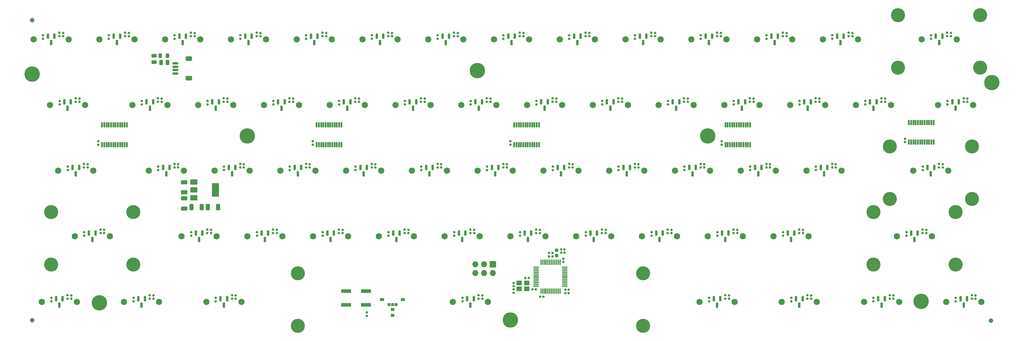
<source format=gbr>
%TF.GenerationSoftware,KiCad,Pcbnew,7.0.7*%
%TF.CreationDate,2023-12-09T23:09:19-05:00*%
%TF.ProjectId,keyboard,6b657962-6f61-4726-942e-6b696361645f,rev?*%
%TF.SameCoordinates,Original*%
%TF.FileFunction,Soldermask,Bot*%
%TF.FilePolarity,Negative*%
%FSLAX46Y46*%
G04 Gerber Fmt 4.6, Leading zero omitted, Abs format (unit mm)*
G04 Created by KiCad (PCBNEW 7.0.7) date 2023-12-09 23:09:19*
%MOMM*%
%LPD*%
G01*
G04 APERTURE LIST*
G04 Aperture macros list*
%AMRoundRect*
0 Rectangle with rounded corners*
0 $1 Rounding radius*
0 $2 $3 $4 $5 $6 $7 $8 $9 X,Y pos of 4 corners*
0 Add a 4 corners polygon primitive as box body*
4,1,4,$2,$3,$4,$5,$6,$7,$8,$9,$2,$3,0*
0 Add four circle primitives for the rounded corners*
1,1,$1+$1,$2,$3*
1,1,$1+$1,$4,$5*
1,1,$1+$1,$6,$7*
1,1,$1+$1,$8,$9*
0 Add four rect primitives between the rounded corners*
20,1,$1+$1,$2,$3,$4,$5,0*
20,1,$1+$1,$4,$5,$6,$7,0*
20,1,$1+$1,$6,$7,$8,$9,0*
20,1,$1+$1,$8,$9,$2,$3,0*%
G04 Aperture macros list end*
%ADD10C,0.650000*%
%ADD11RoundRect,0.038000X-1.375000X-0.500000X1.375000X-0.500000X1.375000X0.500000X-1.375000X0.500000X0*%
%ADD12C,4.476000*%
%ADD13C,4.076000*%
%ADD14C,4.063800*%
%ADD15C,1.152002*%
%ADD16C,1.826000*%
%ADD17RoundRect,0.188000X-0.150000X0.587500X-0.150000X-0.587500X0.150000X-0.587500X0.150000X0.587500X0*%
%ADD18RoundRect,0.178000X-0.170000X0.140000X-0.170000X-0.140000X0.170000X-0.140000X0.170000X0.140000X0*%
%ADD19RoundRect,0.173000X-0.185000X0.135000X-0.185000X-0.135000X0.185000X-0.135000X0.185000X0.135000X0*%
%ADD20RoundRect,0.138000X-0.100000X0.637500X-0.100000X-0.637500X0.100000X-0.637500X0.100000X0.637500X0*%
%ADD21RoundRect,0.288000X0.312500X0.625000X-0.312500X0.625000X-0.312500X-0.625000X0.312500X-0.625000X0*%
%ADD22RoundRect,0.038000X-1.000000X-0.750000X1.000000X-0.750000X1.000000X0.750000X-1.000000X0.750000X0*%
%ADD23RoundRect,0.038000X-1.000000X-1.900000X1.000000X-1.900000X1.000000X1.900000X-1.000000X1.900000X0*%
%ADD24RoundRect,0.178000X0.170000X-0.140000X0.170000X0.140000X-0.170000X0.140000X-0.170000X-0.140000X0*%
%ADD25RoundRect,0.256750X0.218750X0.381250X-0.218750X0.381250X-0.218750X-0.381250X0.218750X-0.381250X0*%
%ADD26RoundRect,0.178000X0.140000X0.170000X-0.140000X0.170000X-0.140000X-0.170000X0.140000X-0.170000X0*%
%ADD27RoundRect,0.288000X-0.475000X0.250000X-0.475000X-0.250000X0.475000X-0.250000X0.475000X0.250000X0*%
%ADD28RoundRect,0.288000X-0.650000X0.325000X-0.650000X-0.325000X0.650000X-0.325000X0.650000X0.325000X0*%
%ADD29RoundRect,0.038000X0.700000X0.600000X-0.700000X0.600000X-0.700000X-0.600000X0.700000X-0.600000X0*%
%ADD30RoundRect,0.102000X0.300000X0.350000X-0.300000X0.350000X-0.300000X-0.350000X0.300000X-0.350000X0*%
%ADD31RoundRect,0.102000X-0.450000X0.350000X-0.450000X-0.350000X0.450000X-0.350000X0.450000X0.350000X0*%
%ADD32RoundRect,0.038000X0.850000X-0.850000X0.850000X0.850000X-0.850000X0.850000X-0.850000X-0.850000X0*%
%ADD33O,1.776000X1.776000*%
%ADD34RoundRect,0.178000X-0.140000X-0.170000X0.140000X-0.170000X0.140000X0.170000X-0.140000X0.170000X0*%
%ADD35RoundRect,0.288000X-0.625000X0.312500X-0.625000X-0.312500X0.625000X-0.312500X0.625000X0.312500X0*%
%ADD36RoundRect,0.173000X0.135000X0.185000X-0.135000X0.185000X-0.135000X-0.185000X0.135000X-0.185000X0*%
%ADD37RoundRect,0.288000X0.325000X0.650000X-0.325000X0.650000X-0.325000X-0.650000X0.325000X-0.650000X0*%
%ADD38RoundRect,0.113000X-0.662500X-0.075000X0.662500X-0.075000X0.662500X0.075000X-0.662500X0.075000X0*%
%ADD39RoundRect,0.113000X-0.075000X-0.662500X0.075000X-0.662500X0.075000X0.662500X-0.075000X0.662500X0*%
%ADD40RoundRect,0.238000X-0.275000X0.200000X-0.275000X-0.200000X0.275000X-0.200000X0.275000X0.200000X0*%
%ADD41RoundRect,0.288000X0.250000X0.475000X-0.250000X0.475000X-0.250000X-0.475000X0.250000X-0.475000X0*%
%ADD42RoundRect,0.256750X0.256250X-0.218750X0.256250X0.218750X-0.256250X0.218750X-0.256250X-0.218750X0*%
%ADD43RoundRect,0.188000X-0.625000X0.150000X-0.625000X-0.150000X0.625000X-0.150000X0.625000X0.150000X0*%
%ADD44RoundRect,0.288000X-0.650000X0.350000X-0.650000X-0.350000X0.650000X-0.350000X0.650000X0.350000X0*%
G04 APERTURE END LIST*
%TO.C,TH2*%
D10*
X1575356Y-90605200D02*
G75*
G03*
X1575356Y-90605200I-325000J0D01*
G01*
%TO.C,TH3*%
X279275006Y-90700000D02*
G75*
G03*
X279275006Y-90700000I-325000J0D01*
G01*
%TO.C,TH1*%
X1574956Y-3500000D02*
G75*
G03*
X1574956Y-3500000I-325000J0D01*
G01*
%TD*%
D11*
%TO.C,SW1*%
X92172456Y-82109800D03*
X97922456Y-82109800D03*
X92172456Y-86109800D03*
X97922456Y-86109800D03*
%TD*%
D12*
%TO.C,H3*%
X279231600Y-21622400D03*
%TD*%
D13*
%TO.C,S4*%
X244874956Y-59209800D03*
D14*
X244874956Y-74449800D03*
D13*
X268687456Y-59209800D03*
D14*
X268687456Y-74449800D03*
%TD*%
D12*
%TO.C,H7*%
X139731600Y-90521400D03*
%TD*%
%TO.C,H5*%
X196931600Y-37122400D03*
%TD*%
D13*
%TO.C,S2*%
X249637456Y-40159800D03*
D14*
X249637456Y-55399800D03*
D13*
X273449956Y-40159800D03*
D14*
X273449956Y-55399800D03*
%TD*%
D12*
%TO.C,H1*%
X1231600Y-19122400D03*
%TD*%
D13*
%TO.C,S5*%
X178199956Y-92229800D03*
D14*
X178199956Y-76989800D03*
D13*
X78187456Y-92229800D03*
D14*
X78187456Y-76989800D03*
%TD*%
D12*
%TO.C,H2*%
X130231600Y-18122400D03*
%TD*%
D15*
%TO.C,TH2*%
X1250356Y-90605200D03*
%TD*%
D12*
%TO.C,H4*%
X63531600Y-37122400D03*
%TD*%
D13*
%TO.C,S1*%
X252018706Y-2059800D03*
D14*
X252018706Y-17299800D03*
D13*
X275831206Y-2059800D03*
D14*
X275831206Y-17299800D03*
%TD*%
D12*
%TO.C,H6*%
X20731600Y-85522400D03*
%TD*%
D15*
%TO.C,TH3*%
X278950006Y-90700000D03*
%TD*%
D13*
%TO.C,S3*%
X6749956Y-59209800D03*
D14*
X6749956Y-74449800D03*
D13*
X30562456Y-59209800D03*
D14*
X30562456Y-74449800D03*
%TD*%
D12*
%TO.C,H8*%
X258731600Y-85122400D03*
%TD*%
D15*
%TO.C,TH1*%
X1249956Y-3500000D03*
%TD*%
D16*
%TO.C,HALL60*%
X252336206Y-85244800D03*
X242176206Y-85244800D03*
D17*
X246306206Y-84327300D03*
X248206206Y-84327300D03*
X247256206Y-86202300D03*
%TD*%
D18*
%TO.C,C51*%
X38761256Y-26228500D03*
X38761256Y-27188500D03*
%TD*%
D19*
%TO.C,R11*%
X161516256Y-7169500D03*
X161516256Y-8189500D03*
%TD*%
D18*
%TO.C,C50*%
X32992256Y-26983500D03*
X32992256Y-27943500D03*
%TD*%
D20*
%TO.C,U6*%
X140893756Y-33887300D03*
X141543756Y-33887300D03*
X142193756Y-33887300D03*
X142843756Y-33887300D03*
X143493756Y-33887300D03*
X144143756Y-33887300D03*
X144793756Y-33887300D03*
X145443756Y-33887300D03*
X146093756Y-33887300D03*
X146743756Y-33887300D03*
X147393756Y-33887300D03*
X148043756Y-33887300D03*
X148043756Y-39612300D03*
X147393756Y-39612300D03*
X146743756Y-39612300D03*
X146093756Y-39612300D03*
X145443756Y-39612300D03*
X144793756Y-39612300D03*
X144143756Y-39612300D03*
X143493756Y-39612300D03*
X142843756Y-39612300D03*
X142193756Y-39612300D03*
X141543756Y-39612300D03*
X140893756Y-39612300D03*
%TD*%
D16*
%TO.C,HALL47*%
X130892456Y-66194800D03*
X120732456Y-66194800D03*
D17*
X124862456Y-65277300D03*
X126762456Y-65277300D03*
X125812456Y-67152300D03*
%TD*%
D18*
%TO.C,C105*%
X53048756Y-64328500D03*
X53048756Y-65288500D03*
%TD*%
%TO.C,C115*%
X148298756Y-64328500D03*
X148298756Y-65288500D03*
%TD*%
%TO.C,C62*%
X147292256Y-26983500D03*
X147292256Y-27943500D03*
%TD*%
D21*
%TO.C,R65*%
X50337500Y-57800000D03*
X47412500Y-57800000D03*
%TD*%
D18*
%TO.C,C64*%
X166342256Y-26983500D03*
X166342256Y-27943500D03*
%TD*%
%TO.C,C141*%
X274505006Y-83378500D03*
X274505006Y-84338500D03*
%TD*%
%TO.C,C78*%
X37754756Y-46033500D03*
X37754756Y-46993500D03*
%TD*%
%TO.C,C113*%
X129248756Y-64328500D03*
X129248756Y-65288500D03*
%TD*%
%TO.C,C60*%
X128242256Y-26983500D03*
X128242256Y-27943500D03*
%TD*%
%TO.C,C88*%
X133004756Y-46033500D03*
X133004756Y-46993500D03*
%TD*%
D19*
%TO.C,R47*%
X90078756Y-64319500D03*
X90078756Y-65339500D03*
%TD*%
D18*
%TO.C,C66*%
X185392256Y-26983500D03*
X185392256Y-27943500D03*
%TD*%
D16*
%TO.C,HALL44*%
X73742456Y-66194800D03*
X63582456Y-66194800D03*
D17*
X67712456Y-65277300D03*
X69612456Y-65277300D03*
X68662456Y-67152300D03*
%TD*%
D16*
%TO.C,HALL39*%
X216617456Y-47144800D03*
X206457456Y-47144800D03*
D17*
X210587456Y-46227300D03*
X212487456Y-46227300D03*
X211537456Y-48102300D03*
%TD*%
D22*
%TO.C,U2*%
X48043750Y-55075000D03*
X48043750Y-52775000D03*
D23*
X54343750Y-52775000D03*
D22*
X48043750Y-50475000D03*
%TD*%
D18*
%TO.C,C74*%
X266354756Y-26983500D03*
X266354756Y-27943500D03*
%TD*%
D19*
%TO.C,R61*%
X225810006Y-83369500D03*
X225810006Y-84389500D03*
%TD*%
D16*
%TO.C,HALL6*%
X107079956Y-9044800D03*
X96919956Y-9044800D03*
D17*
X101049956Y-8127300D03*
X102949956Y-8127300D03*
X101999956Y-10002300D03*
%TD*%
D18*
%TO.C,C118*%
X180629756Y-65083500D03*
X180629756Y-66043500D03*
%TD*%
%TO.C,C98*%
X228254756Y-46033500D03*
X228254756Y-46993500D03*
%TD*%
D16*
%TO.C,HALL4*%
X68979956Y-9044800D03*
X58819956Y-9044800D03*
D17*
X62949956Y-8127300D03*
X64849956Y-8127300D03*
X63899956Y-10002300D03*
%TD*%
D16*
%TO.C,HALL36*%
X159467456Y-47144800D03*
X149307456Y-47144800D03*
D17*
X153437456Y-46227300D03*
X155337456Y-46227300D03*
X154387456Y-48102300D03*
%TD*%
D16*
%TO.C,HALL13*%
X240429956Y-9044800D03*
X230269956Y-9044800D03*
D17*
X234399956Y-8127300D03*
X236299956Y-8127300D03*
X235349956Y-10002300D03*
%TD*%
D24*
%TO.C,C12*%
X20407756Y-39609900D03*
X20407756Y-38649900D03*
%TD*%
D18*
%TO.C,C68*%
X204442256Y-26983500D03*
X204442256Y-27943500D03*
%TD*%
D16*
%TO.C,HALL22*%
X154704956Y-28094800D03*
X144544956Y-28094800D03*
D17*
X148674956Y-27177300D03*
X150574956Y-27177300D03*
X149624956Y-29052300D03*
%TD*%
D18*
%TO.C,C84*%
X94904756Y-46033500D03*
X94904756Y-46993500D03*
%TD*%
D16*
%TO.C,HALL33*%
X102317456Y-47144800D03*
X92157456Y-47144800D03*
D17*
X96287456Y-46227300D03*
X98187456Y-46227300D03*
X97237456Y-48102300D03*
%TD*%
D24*
%TO.C,C4*%
X155457549Y-70992300D03*
X155457549Y-70032300D03*
%TD*%
D25*
%TO.C,FB2*%
X40477456Y-13800000D03*
X38352456Y-13800000D03*
%TD*%
D18*
%TO.C,C59*%
X114961256Y-26228500D03*
X114961256Y-27188500D03*
%TD*%
%TO.C,C19*%
X29236256Y-7178500D03*
X29236256Y-8138500D03*
%TD*%
%TO.C,C38*%
X175867256Y-7933500D03*
X175867256Y-8893500D03*
%TD*%
D19*
%TO.C,R7*%
X85316256Y-7169500D03*
X85316256Y-8189500D03*
%TD*%
%TO.C,R5*%
X47216256Y-7169500D03*
X47216256Y-8189500D03*
%TD*%
%TO.C,R62*%
X249622506Y-83369500D03*
X249622506Y-84389500D03*
%TD*%
%TO.C,R56*%
X11497506Y-83369500D03*
X11497506Y-84389500D03*
%TD*%
D24*
%TO.C,C22*%
X200945256Y-39609900D03*
X200945256Y-38649900D03*
%TD*%
D16*
%TO.C,HALL15*%
X16592456Y-28094800D03*
X6432456Y-28094800D03*
D17*
X10562456Y-27177300D03*
X12462456Y-27177300D03*
X11512456Y-29052300D03*
%TD*%
D18*
%TO.C,C81*%
X62573756Y-45278500D03*
X62573756Y-46238500D03*
%TD*%
D19*
%TO.C,R55*%
X259147506Y-64319500D03*
X259147506Y-65339500D03*
%TD*%
D16*
%TO.C,HALL12*%
X221379956Y-9044800D03*
X211219956Y-9044800D03*
D17*
X215349956Y-8127300D03*
X217249956Y-8127300D03*
X216299956Y-10002300D03*
%TD*%
D20*
%TO.C,U7*%
X202043756Y-33887300D03*
X202693756Y-33887300D03*
X203343756Y-33887300D03*
X203993756Y-33887300D03*
X204643756Y-33887300D03*
X205293756Y-33887300D03*
X205943756Y-33887300D03*
X206593756Y-33887300D03*
X207243756Y-33887300D03*
X207893756Y-33887300D03*
X208543756Y-33887300D03*
X209193756Y-33887300D03*
X209193756Y-39612300D03*
X208543756Y-39612300D03*
X207893756Y-39612300D03*
X207243756Y-39612300D03*
X206593756Y-39612300D03*
X205943756Y-39612300D03*
X205293756Y-39612300D03*
X204643756Y-39612300D03*
X203993756Y-39612300D03*
X203343756Y-39612300D03*
X202693756Y-39612300D03*
X202043756Y-39612300D03*
%TD*%
D18*
%TO.C,C136*%
X221111006Y-84133500D03*
X221111006Y-85093500D03*
%TD*%
%TO.C,C116*%
X161579756Y-65083500D03*
X161579756Y-66043500D03*
%TD*%
D19*
%TO.C,R1*%
X9116256Y-7169500D03*
X9116256Y-8189500D03*
%TD*%
D16*
%TO.C,HALL20*%
X116604956Y-28094800D03*
X106444956Y-28094800D03*
D17*
X110574956Y-27177300D03*
X112474956Y-27177300D03*
X111524956Y-29052300D03*
%TD*%
D19*
%TO.C,R14*%
X218666256Y-7169500D03*
X218666256Y-8189500D03*
%TD*%
%TO.C,R10*%
X142466256Y-7169500D03*
X142466256Y-8189500D03*
%TD*%
%TO.C,R41*%
X213903756Y-45269500D03*
X213903756Y-46289500D03*
%TD*%
D16*
%TO.C,HALL2*%
X30879956Y-9044800D03*
X20719956Y-9044800D03*
D17*
X24849956Y-8127300D03*
X26749956Y-8127300D03*
X25799956Y-10002300D03*
%TD*%
D26*
%TO.C,C6*%
X151932268Y-72072488D03*
X150972268Y-72072488D03*
%TD*%
D18*
%TO.C,C97*%
X214973756Y-45278500D03*
X214973756Y-46238500D03*
%TD*%
D19*
%TO.C,R45*%
X51978756Y-64319500D03*
X51978756Y-65339500D03*
%TD*%
D18*
%TO.C,C27*%
X67336256Y-7178500D03*
X67336256Y-8138500D03*
%TD*%
%TO.C,C45*%
X238786256Y-7178500D03*
X238786256Y-8138500D03*
%TD*%
D27*
%TO.C,C142*%
X36541206Y-13800000D03*
X36541206Y-15700000D03*
%TD*%
D18*
%TO.C,C140*%
X268736006Y-84133500D03*
X268736006Y-85093500D03*
%TD*%
%TO.C,C29*%
X86386256Y-7178500D03*
X86386256Y-8138500D03*
%TD*%
%TO.C,C85*%
X100673756Y-45278500D03*
X100673756Y-46238500D03*
%TD*%
%TO.C,C28*%
X80617256Y-7933500D03*
X80617256Y-8893500D03*
%TD*%
%TO.C,C133*%
X131630006Y-83378500D03*
X131630006Y-84338500D03*
%TD*%
D19*
%TO.C,R34*%
X80553756Y-45269500D03*
X80553756Y-46289500D03*
%TD*%
D18*
%TO.C,C14*%
X140704956Y-79759800D03*
X140704956Y-80719800D03*
%TD*%
%TO.C,C43*%
X219736256Y-7178500D03*
X219736256Y-8138500D03*
%TD*%
D16*
%TO.C,HALL34*%
X121367456Y-47144800D03*
X111207456Y-47144800D03*
D17*
X115337456Y-46227300D03*
X117237456Y-46227300D03*
X116287456Y-48102300D03*
%TD*%
D19*
%TO.C,R29*%
X247241256Y-26219500D03*
X247241256Y-27239500D03*
%TD*%
D18*
%TO.C,C87*%
X119723756Y-45278500D03*
X119723756Y-46238500D03*
%TD*%
D16*
%TO.C,HALL43*%
X54692456Y-66194800D03*
X44532456Y-66194800D03*
D17*
X48662456Y-65277300D03*
X50562456Y-65277300D03*
X49612456Y-67152300D03*
%TD*%
D24*
%TO.C,C5*%
X154457549Y-70992300D03*
X154457549Y-70032300D03*
%TD*%
D18*
%TO.C,C131*%
X60192506Y-83378500D03*
X60192506Y-84338500D03*
%TD*%
D19*
%TO.C,R38*%
X156753756Y-45269500D03*
X156753756Y-46289500D03*
%TD*%
D16*
%TO.C,HALL58*%
X204711206Y-85244800D03*
X194551206Y-85244800D03*
D17*
X198681206Y-84327300D03*
X200581206Y-84327300D03*
X199631206Y-86202300D03*
%TD*%
D18*
%TO.C,C128*%
X30611006Y-84133500D03*
X30611006Y-85093500D03*
%TD*%
D16*
%TO.C,HALL59*%
X228523706Y-85244800D03*
X218363706Y-85244800D03*
D17*
X222493706Y-84327300D03*
X224393706Y-84327300D03*
X223443706Y-86202300D03*
%TD*%
D19*
%TO.C,R13*%
X199616256Y-7169500D03*
X199616256Y-8189500D03*
%TD*%
%TO.C,R30*%
X271053756Y-26219500D03*
X271053756Y-27239500D03*
%TD*%
%TO.C,R23*%
X132941256Y-26219500D03*
X132941256Y-27239500D03*
%TD*%
D18*
%TO.C,C76*%
X11561006Y-46033500D03*
X11561006Y-46993500D03*
%TD*%
%TO.C,C121*%
X205448756Y-64328500D03*
X205448756Y-65288500D03*
%TD*%
D16*
%TO.C,HALL32*%
X83267456Y-47144800D03*
X73107456Y-47144800D03*
D17*
X77237456Y-46227300D03*
X79137456Y-46227300D03*
X78187456Y-48102300D03*
%TD*%
D18*
%TO.C,C2*%
X10186256Y-7178500D03*
X10186256Y-8138500D03*
%TD*%
D19*
%TO.C,R46*%
X71028756Y-64319500D03*
X71028756Y-65339500D03*
%TD*%
D18*
%TO.C,C91*%
X157823756Y-45278500D03*
X157823756Y-46238500D03*
%TD*%
D28*
%TO.C,C15*%
X45300000Y-50525000D03*
X45300000Y-53475000D03*
%TD*%
D18*
%TO.C,C52*%
X52042256Y-26983500D03*
X52042256Y-27943500D03*
%TD*%
D16*
%TO.C,HALL7*%
X126129956Y-9044800D03*
X115969956Y-9044800D03*
D17*
X120099956Y-8127300D03*
X121999956Y-8127300D03*
X121049956Y-10002300D03*
%TD*%
D19*
%TO.C,R63*%
X273435006Y-83369500D03*
X273435006Y-84389500D03*
%TD*%
D18*
%TO.C,C96*%
X209204756Y-46033500D03*
X209204756Y-46993500D03*
%TD*%
D29*
%TO.C,Y1*%
X144504956Y-81469800D03*
X142304956Y-81469800D03*
X142304956Y-79769800D03*
X144504956Y-79769800D03*
%TD*%
D19*
%TO.C,R24*%
X151991256Y-26219500D03*
X151991256Y-27239500D03*
%TD*%
D18*
%TO.C,C109*%
X91148756Y-64328500D03*
X91148756Y-65288500D03*
%TD*%
D20*
%TO.C,U8*%
X255193756Y-33193500D03*
X255843756Y-33193500D03*
X256493756Y-33193500D03*
X257143756Y-33193500D03*
X257793756Y-33193500D03*
X258443756Y-33193500D03*
X259093756Y-33193500D03*
X259743756Y-33193500D03*
X260393756Y-33193500D03*
X261043756Y-33193500D03*
X261693756Y-33193500D03*
X262343756Y-33193500D03*
X262343756Y-38918500D03*
X261693756Y-38918500D03*
X261043756Y-38918500D03*
X260393756Y-38918500D03*
X259743756Y-38918500D03*
X259093756Y-38918500D03*
X258443756Y-38918500D03*
X257793756Y-38918500D03*
X257143756Y-38918500D03*
X256493756Y-38918500D03*
X255843756Y-38918500D03*
X255193756Y-38918500D03*
%TD*%
D19*
%TO.C,R32*%
X42453756Y-45269500D03*
X42453756Y-46289500D03*
%TD*%
D16*
%TO.C,HALL55*%
X38023706Y-85244800D03*
X27863706Y-85244800D03*
D17*
X31993706Y-84327300D03*
X33893706Y-84327300D03*
X32943706Y-86202300D03*
%TD*%
D18*
%TO.C,C120*%
X199679756Y-65083500D03*
X199679756Y-66043500D03*
%TD*%
D19*
%TO.C,R12*%
X180566256Y-7169500D03*
X180566256Y-8189500D03*
%TD*%
D16*
%TO.C,HALL9*%
X164229956Y-9044800D03*
X154069956Y-9044800D03*
D17*
X158199956Y-8127300D03*
X160099956Y-8127300D03*
X159149956Y-10002300D03*
%TD*%
D16*
%TO.C,HALL41*%
X266623706Y-47144800D03*
X256463706Y-47144800D03*
D17*
X260593706Y-46227300D03*
X262493706Y-46227300D03*
X261543706Y-48102300D03*
%TD*%
D30*
%TO.C,U3*%
X104624956Y-86069800D03*
X106624956Y-86069800D03*
X105624956Y-86069800D03*
D31*
X102624956Y-84619800D03*
X108624956Y-84619800D03*
%TD*%
D18*
%TO.C,C31*%
X105436256Y-7178500D03*
X105436256Y-8138500D03*
%TD*%
%TO.C,C123*%
X224498756Y-64328500D03*
X224498756Y-65288500D03*
%TD*%
D16*
%TO.C,HALL45*%
X92792456Y-66194800D03*
X82632456Y-66194800D03*
D17*
X86762456Y-65277300D03*
X88662456Y-65277300D03*
X87712456Y-67152300D03*
%TD*%
D19*
%TO.C,R15*%
X237716256Y-7169500D03*
X237716256Y-8189500D03*
%TD*%
D18*
%TO.C,C37*%
X162586256Y-7178500D03*
X162586256Y-8138500D03*
%TD*%
D16*
%TO.C,HALL11*%
X202329956Y-9044800D03*
X192169956Y-9044800D03*
D17*
X196299956Y-8127300D03*
X198199956Y-8127300D03*
X197249956Y-10002300D03*
%TD*%
D18*
%TO.C,C36*%
X156817256Y-7933500D03*
X156817256Y-8893500D03*
%TD*%
%TO.C,C95*%
X195923756Y-45278500D03*
X195923756Y-46238500D03*
%TD*%
D16*
%TO.C,HALL28*%
X273767456Y-28094800D03*
X263607456Y-28094800D03*
D17*
X267737456Y-27177300D03*
X269637456Y-27177300D03*
X268687456Y-29052300D03*
%TD*%
D24*
%TO.C,C20*%
X139795256Y-39609900D03*
X139795256Y-38649900D03*
%TD*%
D16*
%TO.C,HALL42*%
X23736206Y-66194800D03*
X13576206Y-66194800D03*
D17*
X17706206Y-65277300D03*
X19606206Y-65277300D03*
X18656206Y-67152300D03*
%TD*%
D19*
%TO.C,R4*%
X28166256Y-7169500D03*
X28166256Y-8189500D03*
%TD*%
D32*
%TO.C,SWD1*%
X134644956Y-74369800D03*
D33*
X134644956Y-76909800D03*
X132104956Y-74369800D03*
X132104956Y-76909800D03*
X129564956Y-74369800D03*
X129564956Y-76909800D03*
%TD*%
D18*
%TO.C,C32*%
X118717256Y-7933500D03*
X118717256Y-8893500D03*
%TD*%
D16*
%TO.C,HALL19*%
X97554956Y-28094800D03*
X87394956Y-28094800D03*
D17*
X91524956Y-27177300D03*
X93424956Y-27177300D03*
X92474956Y-29052300D03*
%TD*%
D20*
%TO.C,U4*%
X21506256Y-33887300D03*
X22156256Y-33887300D03*
X22806256Y-33887300D03*
X23456256Y-33887300D03*
X24106256Y-33887300D03*
X24756256Y-33887300D03*
X25406256Y-33887300D03*
X26056256Y-33887300D03*
X26706256Y-33887300D03*
X27356256Y-33887300D03*
X28006256Y-33887300D03*
X28656256Y-33887300D03*
X28656256Y-39612300D03*
X28006256Y-39612300D03*
X27356256Y-39612300D03*
X26706256Y-39612300D03*
X26056256Y-39612300D03*
X25406256Y-39612300D03*
X24756256Y-39612300D03*
X24106256Y-39612300D03*
X23456256Y-39612300D03*
X22806256Y-39612300D03*
X22156256Y-39612300D03*
X21506256Y-39612300D03*
%TD*%
D16*
%TO.C,HALL38*%
X197567456Y-47144800D03*
X187407456Y-47144800D03*
D17*
X191537456Y-46227300D03*
X193437456Y-46227300D03*
X192487456Y-48102300D03*
%TD*%
D18*
%TO.C,C83*%
X81623756Y-45278500D03*
X81623756Y-46238500D03*
%TD*%
%TO.C,C48*%
X9179756Y-26983500D03*
X9179756Y-27943500D03*
%TD*%
D16*
%TO.C,HALL54*%
X14211206Y-85244800D03*
X4051206Y-85244800D03*
D17*
X8181206Y-84327300D03*
X10081206Y-84327300D03*
X9131206Y-86202300D03*
%TD*%
D19*
%TO.C,R28*%
X228191256Y-26219500D03*
X228191256Y-27239500D03*
%TD*%
%TO.C,R9*%
X123416256Y-7169500D03*
X123416256Y-8189500D03*
%TD*%
D34*
%TO.C,C9*%
X155664956Y-81727300D03*
X156624956Y-81727300D03*
%TD*%
D18*
%TO.C,C94*%
X190154756Y-46033500D03*
X190154756Y-46993500D03*
%TD*%
%TO.C,C47*%
X267361256Y-7178500D03*
X267361256Y-8138500D03*
%TD*%
D16*
%TO.C,HALL52*%
X226142456Y-66194800D03*
X215982456Y-66194800D03*
D17*
X220112456Y-65277300D03*
X222012456Y-65277300D03*
X221062456Y-67152300D03*
%TD*%
D16*
%TO.C,HALL3*%
X49929956Y-9044800D03*
X39769956Y-9044800D03*
D17*
X43899956Y-8127300D03*
X45799956Y-8127300D03*
X44849956Y-10002300D03*
%TD*%
D18*
%TO.C,C33*%
X124486256Y-7178500D03*
X124486256Y-8138500D03*
%TD*%
%TO.C,C56*%
X90142256Y-26983500D03*
X90142256Y-27943500D03*
%TD*%
D19*
%TO.C,R48*%
X109128756Y-64319500D03*
X109128756Y-65339500D03*
%TD*%
%TO.C,R52*%
X185328756Y-64319500D03*
X185328756Y-65339500D03*
%TD*%
%TO.C,R60*%
X201997506Y-83369500D03*
X201997506Y-84389500D03*
%TD*%
D16*
%TO.C,HALL53*%
X261861206Y-66194800D03*
X251701206Y-66194800D03*
D17*
X255831206Y-65277300D03*
X257731206Y-65277300D03*
X256781206Y-67152300D03*
%TD*%
D16*
%TO.C,HALL23*%
X173754956Y-28094800D03*
X163594956Y-28094800D03*
D17*
X167724956Y-27177300D03*
X169624956Y-27177300D03*
X168674956Y-29052300D03*
%TD*%
D18*
%TO.C,C35*%
X143536256Y-7178500D03*
X143536256Y-8138500D03*
%TD*%
D20*
%TO.C,U5*%
X83637456Y-33887300D03*
X84287456Y-33887300D03*
X84937456Y-33887300D03*
X85587456Y-33887300D03*
X86237456Y-33887300D03*
X86887456Y-33887300D03*
X87537456Y-33887300D03*
X88187456Y-33887300D03*
X88837456Y-33887300D03*
X89487456Y-33887300D03*
X90137456Y-33887300D03*
X90787456Y-33887300D03*
X90787456Y-39612300D03*
X90137456Y-39612300D03*
X89487456Y-39612300D03*
X88837456Y-39612300D03*
X88187456Y-39612300D03*
X87537456Y-39612300D03*
X86887456Y-39612300D03*
X86237456Y-39612300D03*
X85587456Y-39612300D03*
X84937456Y-39612300D03*
X84287456Y-39612300D03*
X83637456Y-39612300D03*
%TD*%
D19*
%TO.C,R35*%
X99603756Y-45269500D03*
X99603756Y-46289500D03*
%TD*%
D18*
%TO.C,C132*%
X125861006Y-84133500D03*
X125861006Y-85093500D03*
%TD*%
D24*
%TO.C,C11*%
X155054956Y-73677300D03*
X155054956Y-72717300D03*
%TD*%
D16*
%TO.C,HALL40*%
X235667456Y-47144800D03*
X225507456Y-47144800D03*
D17*
X229637456Y-46227300D03*
X231537456Y-46227300D03*
X230587456Y-48102300D03*
%TD*%
D16*
%TO.C,HALL49*%
X168992456Y-66194800D03*
X158832456Y-66194800D03*
D17*
X162962456Y-65277300D03*
X164862456Y-65277300D03*
X163912456Y-67152300D03*
%TD*%
D19*
%TO.C,R58*%
X59122506Y-83369500D03*
X59122506Y-84389500D03*
%TD*%
%TO.C,R43*%
X263910006Y-45269500D03*
X263910006Y-46289500D03*
%TD*%
D18*
%TO.C,C137*%
X226880006Y-83378500D03*
X226880006Y-84338500D03*
%TD*%
D19*
%TO.C,R57*%
X35310006Y-83369500D03*
X35310006Y-84389500D03*
%TD*%
D18*
%TO.C,C39*%
X181636256Y-7178500D03*
X181636256Y-8138500D03*
%TD*%
%TO.C,C77*%
X17330006Y-45278500D03*
X17330006Y-46238500D03*
%TD*%
D16*
%TO.C,HALL1*%
X11829956Y-9044800D03*
X1669956Y-9044800D03*
D17*
X5799956Y-8127300D03*
X7699956Y-8127300D03*
X6749956Y-10002300D03*
%TD*%
D16*
%TO.C,HALL61*%
X276148706Y-85244800D03*
X265988706Y-85244800D03*
D17*
X270118706Y-84327300D03*
X272018706Y-84327300D03*
X271068706Y-86202300D03*
%TD*%
D19*
%TO.C,R17*%
X13878756Y-26219500D03*
X13878756Y-27239500D03*
%TD*%
D35*
%TO.C,R64*%
X45300000Y-55237500D03*
X45300000Y-58162500D03*
%TD*%
D18*
%TO.C,C24*%
X42517256Y-7933500D03*
X42517256Y-8893500D03*
%TD*%
D19*
%TO.C,R53*%
X204378756Y-64319500D03*
X204378756Y-65339500D03*
%TD*%
D16*
%TO.C,HALL8*%
X145179956Y-9044800D03*
X135019956Y-9044800D03*
D17*
X139149956Y-8127300D03*
X141049956Y-8127300D03*
X140099956Y-10002300D03*
%TD*%
D18*
%TO.C,C79*%
X43523756Y-45278500D03*
X43523756Y-46238500D03*
%TD*%
D36*
%TO.C,R2*%
X145094956Y-78362300D03*
X144074956Y-78362300D03*
%TD*%
D18*
%TO.C,C125*%
X260217506Y-64328500D03*
X260217506Y-65288500D03*
%TD*%
%TO.C,C58*%
X109192256Y-26983500D03*
X109192256Y-27943500D03*
%TD*%
%TO.C,C106*%
X66329756Y-65083500D03*
X66329756Y-66043500D03*
%TD*%
D24*
%TO.C,C10*%
X82538956Y-39609900D03*
X82538956Y-38649900D03*
%TD*%
D37*
%TO.C,C16*%
X55112500Y-57800000D03*
X52162500Y-57800000D03*
%TD*%
D18*
%TO.C,C54*%
X71092256Y-26983500D03*
X71092256Y-27943500D03*
%TD*%
%TO.C,C92*%
X171104756Y-46033500D03*
X171104756Y-46993500D03*
%TD*%
%TO.C,C108*%
X85379756Y-65083500D03*
X85379756Y-66043500D03*
%TD*%
%TO.C,C124*%
X254448506Y-65083500D03*
X254448506Y-66043500D03*
%TD*%
%TO.C,C25*%
X48286256Y-7178500D03*
X48286256Y-8138500D03*
%TD*%
D19*
%TO.C,R6*%
X66266256Y-7169500D03*
X66266256Y-8189500D03*
%TD*%
%TO.C,R27*%
X209141256Y-26219500D03*
X209141256Y-27239500D03*
%TD*%
%TO.C,R36*%
X118653756Y-45269500D03*
X118653756Y-46289500D03*
%TD*%
D18*
%TO.C,C86*%
X113954756Y-46033500D03*
X113954756Y-46993500D03*
%TD*%
%TO.C,C130*%
X54423506Y-84133500D03*
X54423506Y-85093500D03*
%TD*%
D38*
%TO.C,U1*%
X147212456Y-80707300D03*
X147212456Y-80207300D03*
X147212456Y-79707300D03*
X147212456Y-79207300D03*
X147212456Y-78707300D03*
X147212456Y-78207300D03*
X147212456Y-77707300D03*
X147212456Y-77207300D03*
X147212456Y-76707300D03*
X147212456Y-76207300D03*
X147212456Y-75707300D03*
X147212456Y-75207300D03*
D39*
X148624956Y-73794800D03*
X149124956Y-73794800D03*
X149624956Y-73794800D03*
X150124956Y-73794800D03*
X150624956Y-73794800D03*
X151124956Y-73794800D03*
X151624956Y-73794800D03*
X152124956Y-73794800D03*
X152624956Y-73794800D03*
X153124956Y-73794800D03*
X153624956Y-73794800D03*
X154124956Y-73794800D03*
D38*
X155537456Y-75207300D03*
X155537456Y-75707300D03*
X155537456Y-76207300D03*
X155537456Y-76707300D03*
X155537456Y-77207300D03*
X155537456Y-77707300D03*
X155537456Y-78207300D03*
X155537456Y-78707300D03*
X155537456Y-79207300D03*
X155537456Y-79707300D03*
X155537456Y-80207300D03*
X155537456Y-80707300D03*
D39*
X154124956Y-82119800D03*
X153624956Y-82119800D03*
X153124956Y-82119800D03*
X152624956Y-82119800D03*
X152124956Y-82119800D03*
X151624956Y-82119800D03*
X151124956Y-82119800D03*
X150624956Y-82119800D03*
X150124956Y-82119800D03*
X149624956Y-82119800D03*
X149124956Y-82119800D03*
X148624956Y-82119800D03*
%TD*%
D19*
%TO.C,R50*%
X147228756Y-64319500D03*
X147228756Y-65339500D03*
%TD*%
D24*
%TO.C,C17*%
X98224956Y-89307300D03*
X98224956Y-88347300D03*
%TD*%
D18*
%TO.C,C138*%
X244923506Y-84133500D03*
X244923506Y-85093500D03*
%TD*%
%TO.C,C112*%
X123479756Y-65083500D03*
X123479756Y-66043500D03*
%TD*%
D16*
%TO.C,HALL5*%
X88029956Y-9044800D03*
X77869956Y-9044800D03*
D17*
X81999956Y-8127300D03*
X83899956Y-8127300D03*
X82949956Y-10002300D03*
%TD*%
D18*
%TO.C,C103*%
X22092506Y-64328500D03*
X22092506Y-65288500D03*
%TD*%
D19*
%TO.C,R31*%
X16260006Y-45269500D03*
X16260006Y-46289500D03*
%TD*%
D18*
%TO.C,C90*%
X152054756Y-46033500D03*
X152054756Y-46993500D03*
%TD*%
D16*
%TO.C,HALL51*%
X207092456Y-66194800D03*
X196932456Y-66194800D03*
D17*
X201062456Y-65277300D03*
X202962456Y-65277300D03*
X202012456Y-67152300D03*
%TD*%
D40*
%TO.C,R3*%
X105624956Y-87482300D03*
X105624956Y-89132300D03*
%TD*%
D19*
%TO.C,R19*%
X56741256Y-26219500D03*
X56741256Y-27239500D03*
%TD*%
%TO.C,R26*%
X190091256Y-26219500D03*
X190091256Y-27239500D03*
%TD*%
D18*
%TO.C,C26*%
X61567256Y-7933500D03*
X61567256Y-8893500D03*
%TD*%
%TO.C,C82*%
X75854756Y-46033500D03*
X75854756Y-46993500D03*
%TD*%
D19*
%TO.C,R54*%
X223428756Y-64319500D03*
X223428756Y-65339500D03*
%TD*%
%TO.C,R18*%
X37691256Y-26219500D03*
X37691256Y-27239500D03*
%TD*%
D41*
%TO.C,C23*%
X40484956Y-15800000D03*
X38584956Y-15800000D03*
%TD*%
D18*
%TO.C,C119*%
X186398756Y-64328500D03*
X186398756Y-65288500D03*
%TD*%
%TO.C,C61*%
X134011256Y-26228500D03*
X134011256Y-27188500D03*
%TD*%
D16*
%TO.C,HALL16*%
X40404956Y-28094800D03*
X30244956Y-28094800D03*
D17*
X34374956Y-27177300D03*
X36274956Y-27177300D03*
X35324956Y-29052300D03*
%TD*%
D24*
%TO.C,C21*%
X254095256Y-38916100D03*
X254095256Y-37956100D03*
%TD*%
D19*
%TO.C,R20*%
X75791256Y-26219500D03*
X75791256Y-27239500D03*
%TD*%
D26*
%TO.C,C7*%
X151932268Y-71072488D03*
X150972268Y-71072488D03*
%TD*%
D18*
%TO.C,C67*%
X191161256Y-26228500D03*
X191161256Y-27188500D03*
%TD*%
D34*
%TO.C,C8*%
X148404956Y-83717300D03*
X149364956Y-83717300D03*
%TD*%
D18*
%TO.C,C44*%
X233017256Y-7933500D03*
X233017256Y-8893500D03*
%TD*%
%TO.C,C1*%
X4417256Y-7933500D03*
X4417256Y-8893500D03*
%TD*%
%TO.C,C18*%
X23467256Y-7933500D03*
X23467256Y-8893500D03*
%TD*%
%TO.C,C89*%
X138773756Y-45278500D03*
X138773756Y-46238500D03*
%TD*%
%TO.C,C63*%
X153061256Y-26228500D03*
X153061256Y-27188500D03*
%TD*%
%TO.C,C111*%
X110198756Y-64328500D03*
X110198756Y-65288500D03*
%TD*%
D19*
%TO.C,R8*%
X104366256Y-7169500D03*
X104366256Y-8189500D03*
%TD*%
D18*
%TO.C,C135*%
X203067506Y-83378500D03*
X203067506Y-84338500D03*
%TD*%
D19*
%TO.C,R33*%
X61503756Y-45269500D03*
X61503756Y-46289500D03*
%TD*%
D16*
%TO.C,HALL24*%
X192804956Y-28094800D03*
X182644956Y-28094800D03*
D17*
X186774956Y-27177300D03*
X188674956Y-27177300D03*
X187724956Y-29052300D03*
%TD*%
D18*
%TO.C,C65*%
X172111256Y-26228500D03*
X172111256Y-27188500D03*
%TD*%
D16*
%TO.C,HALL10*%
X183279956Y-9044800D03*
X173119956Y-9044800D03*
D17*
X177249956Y-8127300D03*
X179149956Y-8127300D03*
X178199956Y-10002300D03*
%TD*%
D19*
%TO.C,R40*%
X194853756Y-45269500D03*
X194853756Y-46289500D03*
%TD*%
%TO.C,R22*%
X113891256Y-26219500D03*
X113891256Y-27239500D03*
%TD*%
D18*
%TO.C,C129*%
X36380006Y-83378500D03*
X36380006Y-84338500D03*
%TD*%
D16*
%TO.C,HALL48*%
X149942456Y-66194800D03*
X139782456Y-66194800D03*
D17*
X143912456Y-65277300D03*
X145812456Y-65277300D03*
X144862456Y-67152300D03*
%TD*%
D19*
%TO.C,R44*%
X21022506Y-64319500D03*
X21022506Y-65339500D03*
%TD*%
D18*
%TO.C,C72*%
X242542256Y-26983500D03*
X242542256Y-27943500D03*
%TD*%
%TO.C,C49*%
X14948756Y-26228500D03*
X14948756Y-27188500D03*
%TD*%
D19*
%TO.C,R42*%
X232953756Y-45269500D03*
X232953756Y-46289500D03*
%TD*%
D16*
%TO.C,HALL18*%
X78504956Y-28094800D03*
X68344956Y-28094800D03*
D17*
X72474956Y-27177300D03*
X74374956Y-27177300D03*
X73424956Y-29052300D03*
%TD*%
D18*
%TO.C,C139*%
X250692506Y-83378500D03*
X250692506Y-84338500D03*
%TD*%
D26*
%TO.C,C143*%
X147144956Y-81679800D03*
X146184956Y-81679800D03*
%TD*%
D18*
%TO.C,C110*%
X104429756Y-65083500D03*
X104429756Y-66043500D03*
%TD*%
%TO.C,C46*%
X261592256Y-7933500D03*
X261592256Y-8893500D03*
%TD*%
D16*
%TO.C,HALL25*%
X211854956Y-28094800D03*
X201694956Y-28094800D03*
D17*
X205824956Y-27177300D03*
X207724956Y-27177300D03*
X206774956Y-29052300D03*
%TD*%
D18*
%TO.C,C70*%
X223492256Y-26983500D03*
X223492256Y-27943500D03*
%TD*%
%TO.C,C34*%
X137767256Y-7933500D03*
X137767256Y-8893500D03*
%TD*%
D16*
%TO.C,HALL31*%
X64217456Y-47144800D03*
X54057456Y-47144800D03*
D17*
X58187456Y-46227300D03*
X60087456Y-46227300D03*
X59137456Y-48102300D03*
%TD*%
D16*
%TO.C,HALL46*%
X111842456Y-66194800D03*
X101682456Y-66194800D03*
D17*
X105812456Y-65277300D03*
X107712456Y-65277300D03*
X106762456Y-67152300D03*
%TD*%
D16*
%TO.C,HALL56*%
X61836206Y-85244800D03*
X51676206Y-85244800D03*
D17*
X55806206Y-84327300D03*
X57706206Y-84327300D03*
X56756206Y-86202300D03*
%TD*%
D18*
%TO.C,C114*%
X142529756Y-65083500D03*
X142529756Y-66043500D03*
%TD*%
%TO.C,C126*%
X6798506Y-84133500D03*
X6798506Y-85093500D03*
%TD*%
%TO.C,C104*%
X47279756Y-65083500D03*
X47279756Y-66043500D03*
%TD*%
D19*
%TO.C,R25*%
X171041256Y-26219500D03*
X171041256Y-27239500D03*
%TD*%
D16*
%TO.C,HALL17*%
X59454956Y-28094800D03*
X49294956Y-28094800D03*
D17*
X53424956Y-27177300D03*
X55324956Y-27177300D03*
X54374956Y-29052300D03*
%TD*%
D34*
%TO.C,C3*%
X155664956Y-82757300D03*
X156624956Y-82757300D03*
%TD*%
D18*
%TO.C,C41*%
X200686256Y-7178500D03*
X200686256Y-8138500D03*
%TD*%
D19*
%TO.C,R16*%
X266291256Y-7169500D03*
X266291256Y-8189500D03*
%TD*%
D16*
%TO.C,HALL14*%
X269004956Y-9044800D03*
X258844956Y-9044800D03*
D17*
X262974956Y-8127300D03*
X264874956Y-8127300D03*
X263924956Y-10002300D03*
%TD*%
D18*
%TO.C,C99*%
X234023756Y-45278500D03*
X234023756Y-46238500D03*
%TD*%
%TO.C,C101*%
X264980006Y-45278500D03*
X264980006Y-46238500D03*
%TD*%
%TO.C,C57*%
X95911256Y-26228500D03*
X95911256Y-27188500D03*
%TD*%
%TO.C,C30*%
X99667256Y-7933500D03*
X99667256Y-8893500D03*
%TD*%
D16*
%TO.C,HALL50*%
X188042456Y-66194800D03*
X177882456Y-66194800D03*
D17*
X182012456Y-65277300D03*
X183912456Y-65277300D03*
X182962456Y-67152300D03*
%TD*%
D16*
%TO.C,HALL29*%
X18973706Y-47144800D03*
X8813706Y-47144800D03*
D17*
X12943706Y-46227300D03*
X14843706Y-46227300D03*
X13893706Y-48102300D03*
%TD*%
D16*
%TO.C,HALL57*%
X133273706Y-85244800D03*
X123113706Y-85244800D03*
D17*
X127243706Y-84327300D03*
X129143706Y-84327300D03*
X128193706Y-86202300D03*
%TD*%
D18*
%TO.C,C107*%
X72098756Y-64328500D03*
X72098756Y-65288500D03*
%TD*%
%TO.C,C69*%
X210211256Y-26228500D03*
X210211256Y-27188500D03*
%TD*%
D19*
%TO.C,R51*%
X166278756Y-64319500D03*
X166278756Y-65339500D03*
%TD*%
D18*
%TO.C,C122*%
X218729756Y-65083500D03*
X218729756Y-66043500D03*
%TD*%
D16*
%TO.C,HALL37*%
X178517456Y-47144800D03*
X168357456Y-47144800D03*
D17*
X172487456Y-46227300D03*
X174387456Y-46227300D03*
X173437456Y-48102300D03*
%TD*%
D16*
%TO.C,HALL35*%
X140417456Y-47144800D03*
X130257456Y-47144800D03*
D17*
X134387456Y-46227300D03*
X136287456Y-46227300D03*
X135337456Y-48102300D03*
%TD*%
D18*
%TO.C,C75*%
X272123756Y-26228500D03*
X272123756Y-27188500D03*
%TD*%
%TO.C,C127*%
X12567506Y-83378500D03*
X12567506Y-84338500D03*
%TD*%
%TO.C,C117*%
X167348756Y-64328500D03*
X167348756Y-65288500D03*
%TD*%
%TO.C,C40*%
X194917256Y-7933500D03*
X194917256Y-8893500D03*
%TD*%
%TO.C,C53*%
X57811256Y-26228500D03*
X57811256Y-27188500D03*
%TD*%
D42*
%TO.C,FB1*%
X153157549Y-71837300D03*
X153157549Y-70262300D03*
%TD*%
D43*
%TO.C,J1*%
X42750000Y-16000000D03*
X42750000Y-17000000D03*
X42750000Y-18000000D03*
X42750000Y-19000000D03*
D44*
X46625000Y-14700000D03*
X46625000Y-20300000D03*
%TD*%
D16*
%TO.C,HALL26*%
X230904956Y-28094800D03*
X220744956Y-28094800D03*
D17*
X224874956Y-27177300D03*
X226774956Y-27177300D03*
X225824956Y-29052300D03*
%TD*%
D18*
%TO.C,C80*%
X56804756Y-46033500D03*
X56804756Y-46993500D03*
%TD*%
D19*
%TO.C,R37*%
X137703756Y-45269500D03*
X137703756Y-46289500D03*
%TD*%
%TO.C,R49*%
X128178756Y-64319500D03*
X128178756Y-65339500D03*
%TD*%
D18*
%TO.C,C73*%
X248311256Y-26228500D03*
X248311256Y-27188500D03*
%TD*%
%TO.C,C93*%
X176873756Y-45278500D03*
X176873756Y-46238500D03*
%TD*%
D19*
%TO.C,R39*%
X175803756Y-45269500D03*
X175803756Y-46289500D03*
%TD*%
D18*
%TO.C,C42*%
X213967256Y-7933500D03*
X213967256Y-8893500D03*
%TD*%
%TO.C,C102*%
X16323506Y-65083500D03*
X16323506Y-66043500D03*
%TD*%
D19*
%TO.C,R59*%
X130560006Y-83369500D03*
X130560006Y-84389500D03*
%TD*%
D18*
%TO.C,C71*%
X229261256Y-26228500D03*
X229261256Y-27188500D03*
%TD*%
%TO.C,C55*%
X76861256Y-26228500D03*
X76861256Y-27188500D03*
%TD*%
D16*
%TO.C,HALL21*%
X135654956Y-28094800D03*
X125494956Y-28094800D03*
D17*
X129624956Y-27177300D03*
X131524956Y-27177300D03*
X130574956Y-29052300D03*
%TD*%
D18*
%TO.C,C100*%
X259211006Y-46033500D03*
X259211006Y-46993500D03*
%TD*%
D24*
%TO.C,C13*%
X140714956Y-82639800D03*
X140714956Y-81679800D03*
%TD*%
D16*
%TO.C,HALL27*%
X249954956Y-28094800D03*
X239794956Y-28094800D03*
D17*
X243924956Y-27177300D03*
X245824956Y-27177300D03*
X244874956Y-29052300D03*
%TD*%
D16*
%TO.C,HALL30*%
X45167456Y-47144800D03*
X35007456Y-47144800D03*
D17*
X39137456Y-46227300D03*
X41037456Y-46227300D03*
X40087456Y-48102300D03*
%TD*%
D19*
%TO.C,R21*%
X94841256Y-26219500D03*
X94841256Y-27239500D03*
%TD*%
D18*
%TO.C,C134*%
X197298506Y-84133500D03*
X197298506Y-85093500D03*
%TD*%
M02*

</source>
